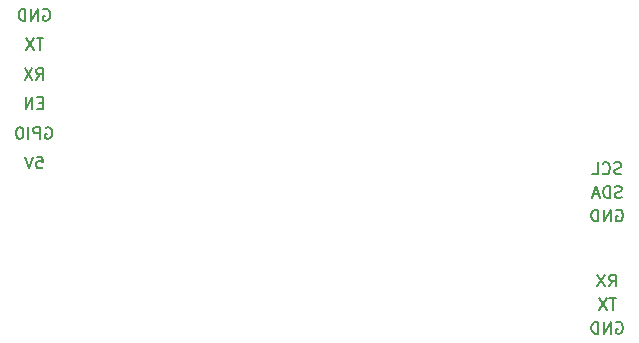
<source format=gbr>
%TF.GenerationSoftware,KiCad,Pcbnew,(5.1.6)-1*%
%TF.CreationDate,2020-10-27T09:44:08+01:00*%
%TF.ProjectId,Beacon_Listener,42656163-6f6e-45f4-9c69-7374656e6572,rev?*%
%TF.SameCoordinates,Original*%
%TF.FileFunction,Legend,Bot*%
%TF.FilePolarity,Positive*%
%FSLAX46Y46*%
G04 Gerber Fmt 4.6, Leading zero omitted, Abs format (unit mm)*
G04 Created by KiCad (PCBNEW (5.1.6)-1) date 2020-10-27 09:44:08*
%MOMM*%
%LPD*%
G01*
G04 APERTURE LIST*
%ADD10C,0.190000*%
G04 APERTURE END LIST*
D10*
X92238095Y-86428571D02*
X91904761Y-86428571D01*
X91761904Y-86952380D02*
X92238095Y-86952380D01*
X92238095Y-85952380D01*
X91761904Y-85952380D01*
X91333333Y-86952380D02*
X91333333Y-85952380D01*
X90761904Y-86952380D01*
X90761904Y-85952380D01*
X91666666Y-84452380D02*
X92000000Y-83976190D01*
X92238095Y-84452380D02*
X92238095Y-83452380D01*
X91857142Y-83452380D01*
X91761904Y-83500000D01*
X91714285Y-83547619D01*
X91666666Y-83642857D01*
X91666666Y-83785714D01*
X91714285Y-83880952D01*
X91761904Y-83928571D01*
X91857142Y-83976190D01*
X92238095Y-83976190D01*
X91333333Y-83452380D02*
X90666666Y-84452380D01*
X90666666Y-83452380D02*
X91333333Y-84452380D01*
X92261904Y-80952380D02*
X91690476Y-80952380D01*
X91976190Y-81952380D02*
X91976190Y-80952380D01*
X91452380Y-80952380D02*
X90785714Y-81952380D01*
X90785714Y-80952380D02*
X91452380Y-81952380D01*
X92261904Y-78500000D02*
X92357142Y-78452380D01*
X92500000Y-78452380D01*
X92642857Y-78500000D01*
X92738095Y-78595238D01*
X92785714Y-78690476D01*
X92833333Y-78880952D01*
X92833333Y-79023809D01*
X92785714Y-79214285D01*
X92738095Y-79309523D01*
X92642857Y-79404761D01*
X92500000Y-79452380D01*
X92404761Y-79452380D01*
X92261904Y-79404761D01*
X92214285Y-79357142D01*
X92214285Y-79023809D01*
X92404761Y-79023809D01*
X91785714Y-79452380D02*
X91785714Y-78452380D01*
X91214285Y-79452380D01*
X91214285Y-78452380D01*
X90738095Y-79452380D02*
X90738095Y-78452380D01*
X90500000Y-78452380D01*
X90357142Y-78500000D01*
X90261904Y-78595238D01*
X90214285Y-78690476D01*
X90166666Y-78880952D01*
X90166666Y-79023809D01*
X90214285Y-79214285D01*
X90261904Y-79309523D01*
X90357142Y-79404761D01*
X90500000Y-79452380D01*
X90738095Y-79452380D01*
X92452380Y-88500000D02*
X92547619Y-88452380D01*
X92690476Y-88452380D01*
X92833333Y-88500000D01*
X92928571Y-88595238D01*
X92976190Y-88690476D01*
X93023809Y-88880952D01*
X93023809Y-89023809D01*
X92976190Y-89214285D01*
X92928571Y-89309523D01*
X92833333Y-89404761D01*
X92690476Y-89452380D01*
X92595238Y-89452380D01*
X92452380Y-89404761D01*
X92404761Y-89357142D01*
X92404761Y-89023809D01*
X92595238Y-89023809D01*
X91976190Y-89452380D02*
X91976190Y-88452380D01*
X91595238Y-88452380D01*
X91500000Y-88500000D01*
X91452380Y-88547619D01*
X91404761Y-88642857D01*
X91404761Y-88785714D01*
X91452380Y-88880952D01*
X91500000Y-88928571D01*
X91595238Y-88976190D01*
X91976190Y-88976190D01*
X90976190Y-89452380D02*
X90976190Y-88452380D01*
X90309523Y-88452380D02*
X90214285Y-88452380D01*
X90119047Y-88500000D01*
X90071428Y-88547619D01*
X90023809Y-88642857D01*
X89976190Y-88833333D01*
X89976190Y-89071428D01*
X90023809Y-89261904D01*
X90071428Y-89357142D01*
X90119047Y-89404761D01*
X90214285Y-89452380D01*
X90309523Y-89452380D01*
X90404761Y-89404761D01*
X90452380Y-89357142D01*
X90500000Y-89261904D01*
X90547619Y-89071428D01*
X90547619Y-88833333D01*
X90500000Y-88642857D01*
X90452380Y-88547619D01*
X90404761Y-88500000D01*
X90309523Y-88452380D01*
X91690476Y-90952380D02*
X92166666Y-90952380D01*
X92214285Y-91428571D01*
X92166666Y-91380952D01*
X92071428Y-91333333D01*
X91833333Y-91333333D01*
X91738095Y-91380952D01*
X91690476Y-91428571D01*
X91642857Y-91523809D01*
X91642857Y-91761904D01*
X91690476Y-91857142D01*
X91738095Y-91904761D01*
X91833333Y-91952380D01*
X92071428Y-91952380D01*
X92166666Y-91904761D01*
X92214285Y-91857142D01*
X91357142Y-90952380D02*
X91023809Y-91952380D01*
X90690476Y-90952380D01*
X141190476Y-92404761D02*
X141047619Y-92452380D01*
X140809523Y-92452380D01*
X140714285Y-92404761D01*
X140666666Y-92357142D01*
X140619047Y-92261904D01*
X140619047Y-92166666D01*
X140666666Y-92071428D01*
X140714285Y-92023809D01*
X140809523Y-91976190D01*
X141000000Y-91928571D01*
X141095238Y-91880952D01*
X141142857Y-91833333D01*
X141190476Y-91738095D01*
X141190476Y-91642857D01*
X141142857Y-91547619D01*
X141095238Y-91500000D01*
X141000000Y-91452380D01*
X140761904Y-91452380D01*
X140619047Y-91500000D01*
X139619047Y-92357142D02*
X139666666Y-92404761D01*
X139809523Y-92452380D01*
X139904761Y-92452380D01*
X140047619Y-92404761D01*
X140142857Y-92309523D01*
X140190476Y-92214285D01*
X140238095Y-92023809D01*
X140238095Y-91880952D01*
X140190476Y-91690476D01*
X140142857Y-91595238D01*
X140047619Y-91500000D01*
X139904761Y-91452380D01*
X139809523Y-91452380D01*
X139666666Y-91500000D01*
X139619047Y-91547619D01*
X138714285Y-92452380D02*
X139190476Y-92452380D01*
X139190476Y-91452380D01*
X141214285Y-94404761D02*
X141071428Y-94452380D01*
X140833333Y-94452380D01*
X140738095Y-94404761D01*
X140690476Y-94357142D01*
X140642857Y-94261904D01*
X140642857Y-94166666D01*
X140690476Y-94071428D01*
X140738095Y-94023809D01*
X140833333Y-93976190D01*
X141023809Y-93928571D01*
X141119047Y-93880952D01*
X141166666Y-93833333D01*
X141214285Y-93738095D01*
X141214285Y-93642857D01*
X141166666Y-93547619D01*
X141119047Y-93500000D01*
X141023809Y-93452380D01*
X140785714Y-93452380D01*
X140642857Y-93500000D01*
X140214285Y-94452380D02*
X140214285Y-93452380D01*
X139976190Y-93452380D01*
X139833333Y-93500000D01*
X139738095Y-93595238D01*
X139690476Y-93690476D01*
X139642857Y-93880952D01*
X139642857Y-94023809D01*
X139690476Y-94214285D01*
X139738095Y-94309523D01*
X139833333Y-94404761D01*
X139976190Y-94452380D01*
X140214285Y-94452380D01*
X139261904Y-94166666D02*
X138785714Y-94166666D01*
X139357142Y-94452380D02*
X139023809Y-93452380D01*
X138690476Y-94452380D01*
X140761904Y-95500000D02*
X140857142Y-95452380D01*
X141000000Y-95452380D01*
X141142857Y-95500000D01*
X141238095Y-95595238D01*
X141285714Y-95690476D01*
X141333333Y-95880952D01*
X141333333Y-96023809D01*
X141285714Y-96214285D01*
X141238095Y-96309523D01*
X141142857Y-96404761D01*
X141000000Y-96452380D01*
X140904761Y-96452380D01*
X140761904Y-96404761D01*
X140714285Y-96357142D01*
X140714285Y-96023809D01*
X140904761Y-96023809D01*
X140285714Y-96452380D02*
X140285714Y-95452380D01*
X139714285Y-96452380D01*
X139714285Y-95452380D01*
X139238095Y-96452380D02*
X139238095Y-95452380D01*
X139000000Y-95452380D01*
X138857142Y-95500000D01*
X138761904Y-95595238D01*
X138714285Y-95690476D01*
X138666666Y-95880952D01*
X138666666Y-96023809D01*
X138714285Y-96214285D01*
X138761904Y-96309523D01*
X138857142Y-96404761D01*
X139000000Y-96452380D01*
X139238095Y-96452380D01*
X140761904Y-105000000D02*
X140857142Y-104952380D01*
X141000000Y-104952380D01*
X141142857Y-105000000D01*
X141238095Y-105095238D01*
X141285714Y-105190476D01*
X141333333Y-105380952D01*
X141333333Y-105523809D01*
X141285714Y-105714285D01*
X141238095Y-105809523D01*
X141142857Y-105904761D01*
X141000000Y-105952380D01*
X140904761Y-105952380D01*
X140761904Y-105904761D01*
X140714285Y-105857142D01*
X140714285Y-105523809D01*
X140904761Y-105523809D01*
X140285714Y-105952380D02*
X140285714Y-104952380D01*
X139714285Y-105952380D01*
X139714285Y-104952380D01*
X139238095Y-105952380D02*
X139238095Y-104952380D01*
X139000000Y-104952380D01*
X138857142Y-105000000D01*
X138761904Y-105095238D01*
X138714285Y-105190476D01*
X138666666Y-105380952D01*
X138666666Y-105523809D01*
X138714285Y-105714285D01*
X138761904Y-105809523D01*
X138857142Y-105904761D01*
X139000000Y-105952380D01*
X139238095Y-105952380D01*
X140761904Y-102952380D02*
X140190476Y-102952380D01*
X140476190Y-103952380D02*
X140476190Y-102952380D01*
X139952380Y-102952380D02*
X139285714Y-103952380D01*
X139285714Y-102952380D02*
X139952380Y-103952380D01*
X140166666Y-101952380D02*
X140500000Y-101476190D01*
X140738095Y-101952380D02*
X140738095Y-100952380D01*
X140357142Y-100952380D01*
X140261904Y-101000000D01*
X140214285Y-101047619D01*
X140166666Y-101142857D01*
X140166666Y-101285714D01*
X140214285Y-101380952D01*
X140261904Y-101428571D01*
X140357142Y-101476190D01*
X140738095Y-101476190D01*
X139833333Y-100952380D02*
X139166666Y-101952380D01*
X139166666Y-100952380D02*
X139833333Y-101952380D01*
M02*

</source>
